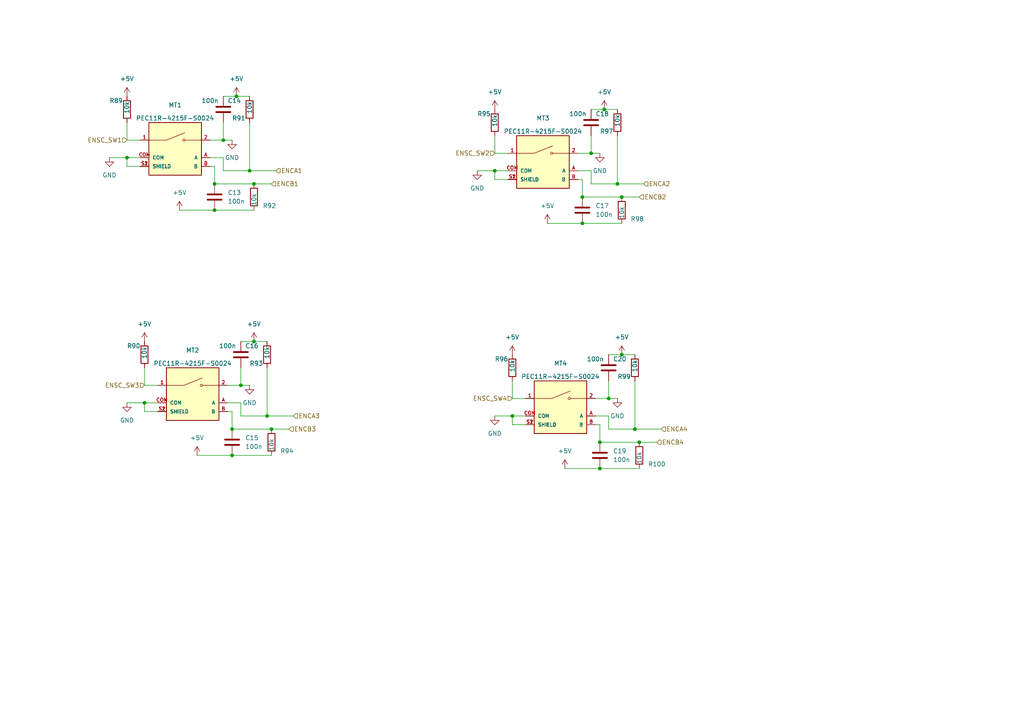
<source format=kicad_sch>
(kicad_sch (version 20211123) (generator eeschema)
  (paper "A4")
  (lib_symbols
    (symbol "3dAudioSym:PEC11R-4215F-S0024" (pin_names (offset 1.016))
      (property "Reference" "MT" (at -7.62 8.89 0))
      (property "Value" "PEC11R-4215F-S0024" (at -7.62 -8.89 0))
      (symbol "PEC11R-4215F-S0024_0_0"
        (rectangle (start -7.62 -7.62) (end 7.62 7.62) (stroke (width 0.254)) (fill (type background)))
        (polyline (pts (xy -2.54 2.54) (xy -7.62 2.54)) (stroke (width 0.1524)))
        (polyline (pts (xy -2.54 2.54) (xy 2.794 4.6736)) (stroke (width 0.1524)))
        (polyline (pts (xy 7.62 2.54) (xy 2.921 2.54)) (stroke (width 0.1524)))
        (circle (center 2.54 2.54) (radius 0.3302) (stroke (width 0.1524)))
        (pin passive line (at -10.16 2.54 0) (length 2.54) (name "~") (number "1"))
        (pin passive line (at 10.16 2.54 180) (length 2.54) (name "~") (number "2"))
        (pin passive line (at 10.16 -2.54 180) (length 2.54) (name "A") (number "A"))
        (pin passive line (at 10.16 -5.08 180) (length 2.54) (name "B") (number "B"))
        (pin passive line (at -10.16 -2.54 0) (length 2.54) (name "COM") (number "COM"))
        (pin passive line (at -10.16 -5.08 0) (length 2.54) (name "SHIELD") (number "S1"))
        (pin passive line (at -10.16 -5.08 0) (length 2.54) (name "SHIELD") (number "S2"))
      )
    )
    (symbol "Device:C" (pin_numbers hide) (pin_names (offset 0.254))
      (property "Reference" "C" (at 0.635 2.54 0))
      (property "Value" "C" (at 0.635 -2.54 0))
      (symbol "C_0_1"
        (polyline (pts (xy -2.032 -0.762) (xy 2.032 -0.762)) (stroke (width 0.508)))
        (polyline (pts (xy -2.032 0.762) (xy 2.032 0.762)) (stroke (width 0.508)))
      )
      (symbol "C_1_1"
        (pin passive line (at 0 3.81 270) (length 2.794) (name "~") (number "1"))
        (pin passive line (at 0 -3.81 90) (length 2.794) (name "~") (number "2"))
      )
    )
    (symbol "Device:R" (pin_numbers hide) (pin_names (offset 0))
      (property "Reference" "R" (at 2.032 0 90))
      (property "Value" "R" (at 0 0 90))
      (symbol "R_0_1"
        (rectangle (start -1.016 -2.54) (end 1.016 2.54) (stroke (width 0.254)))
      )
      (symbol "R_1_1"
        (pin passive line (at 0 3.81 270) (length 1.27) (name "~") (number "1"))
        (pin passive line (at 0 -3.81 90) (length 1.27) (name "~") (number "2"))
      )
    )
    (symbol "power:+5V" (power) (pin_names (offset 0))
      (property "Value" "+5V" (at 0 3.556 0))
      (symbol "+5V_0_1"
        (polyline (pts (xy -0.762 1.27) (xy 0 2.54)))
        (polyline (pts (xy 0 0) (xy 0 2.54)))
        (polyline (pts (xy 0 2.54) (xy 0.762 1.27)))
      )
      (symbol "+5V_1_1"
        (pin power_in line (at 0 0 90) (length 0) hide (name "+5V") (number "1"))
      )
    )
    (symbol "power:GND" (power) (pin_names (offset 0))
      (property "Value" "GND" (at 0 -3.81 0))
      (symbol "GND_0_1"
        (polyline (pts (xy 0 0) (xy 0 -1.27) (xy 1.27 -1.27) (xy 0 -2.54) (xy -1.27 -1.27) (xy 0 -1.27)))
      )
      (symbol "GND_1_1"
        (pin power_in line (at 0 0 270) (length 0) hide (name "GND") (number "1"))
      )
    )
  )
  (junction (at 179.07 53.34))
  (junction (at 175.26 31.75))
  (junction (at 62.23 60.96))
  (junction (at 185.42 128.27))
  (junction (at 72.39 49.53))
  (junction (at 36.83 45.72))
  (junction (at 77.47 120.65))
  (junction (at 64.77 40.64))
  (junction (at 67.31 124.46))
  (junction (at 171.45 44.45))
  (junction (at 143.51 49.53))
  (junction (at 176.53 115.57))
  (junction (at 173.99 135.89))
  (junction (at 173.99 128.27))
  (junction (at 78.74 124.46))
  (junction (at 69.85 111.76))
  (junction (at 62.23 53.34))
  (junction (at 180.34 102.87))
  (junction (at 67.31 132.08))
  (junction (at 73.66 99.06))
  (junction (at 168.91 64.77))
  (junction (at 41.91 116.84))
  (junction (at 73.66 53.34))
  (junction (at 68.58 27.94))
  (junction (at 168.91 57.15))
  (junction (at 180.34 57.15))
  (junction (at 148.59 120.65))
  (junction (at 184.15 124.46))
  (wire (pts (xy 57.15 132.08) (xy 67.31 132.08)))
  (wire (pts (xy 69.85 120.65) (xy 77.47 120.65)))
  (wire (pts (xy 77.47 120.65) (xy 85.09 120.65)))
  (wire (pts (xy 176.53 115.57) (xy 179.07 115.57)))
  (wire (pts (xy 67.31 119.38) (xy 67.31 124.46)))
  (wire (pts (xy 172.72 120.65) (xy 176.53 120.65)))
  (wire (pts (xy 69.85 106.68) (xy 69.85 111.76)))
  (wire (pts (xy 62.23 60.96) (xy 73.66 60.96)))
  (wire (pts (xy 176.53 120.65) (xy 176.53 124.46)))
  (wire (pts (xy 173.99 128.27) (xy 185.42 128.27)))
  (wire (pts (xy 73.66 53.34) (xy 78.74 53.34)))
  (wire (pts (xy 167.64 49.53) (xy 171.45 49.53)))
  (wire (pts (xy 185.42 128.27) (xy 190.5 128.27)))
  (wire (pts (xy 66.04 116.84) (xy 69.85 116.84)))
  (wire (pts (xy 171.45 53.34) (xy 179.07 53.34)))
  (wire (pts (xy 143.51 39.37) (xy 143.51 44.45)))
  (wire (pts (xy 72.39 49.53) (xy 80.01 49.53)))
  (wire (pts (xy 67.31 132.08) (xy 78.74 132.08)))
  (wire (pts (xy 167.64 52.07) (xy 168.91 52.07)))
  (wire (pts (xy 147.32 52.07) (xy 143.51 52.07)))
  (wire (pts (xy 52.07 60.96) (xy 62.23 60.96)))
  (wire (pts (xy 171.45 31.75) (xy 175.26 31.75)))
  (wire (pts (xy 64.77 35.56) (xy 64.77 40.64)))
  (wire (pts (xy 172.72 115.57) (xy 176.53 115.57)))
  (wire (pts (xy 143.51 52.07) (xy 143.51 49.53)))
  (wire (pts (xy 41.91 111.76) (xy 45.72 111.76)))
  (wire (pts (xy 179.07 39.37) (xy 179.07 53.34)))
  (wire (pts (xy 171.45 44.45) (xy 173.99 44.45)))
  (wire (pts (xy 60.96 48.26) (xy 62.23 48.26)))
  (wire (pts (xy 62.23 53.34) (xy 73.66 53.34)))
  (wire (pts (xy 36.83 116.84) (xy 41.91 116.84)))
  (wire (pts (xy 69.85 111.76) (xy 72.39 111.76)))
  (wire (pts (xy 66.04 111.76) (xy 69.85 111.76)))
  (wire (pts (xy 143.51 49.53) (xy 147.32 49.53)))
  (wire (pts (xy 148.59 120.65) (xy 152.4 120.65)))
  (wire (pts (xy 64.77 49.53) (xy 72.39 49.53)))
  (wire (pts (xy 77.47 106.68) (xy 77.47 120.65)))
  (wire (pts (xy 171.45 39.37) (xy 171.45 44.45)))
  (wire (pts (xy 138.43 49.53) (xy 143.51 49.53)))
  (wire (pts (xy 184.15 110.49) (xy 184.15 124.46)))
  (wire (pts (xy 62.23 48.26) (xy 62.23 53.34)))
  (wire (pts (xy 168.91 64.77) (xy 180.34 64.77)))
  (wire (pts (xy 41.91 116.84) (xy 45.72 116.84)))
  (wire (pts (xy 69.85 99.06) (xy 73.66 99.06)))
  (wire (pts (xy 36.83 35.56) (xy 36.83 40.64)))
  (wire (pts (xy 31.75 45.72) (xy 36.83 45.72)))
  (wire (pts (xy 60.96 45.72) (xy 64.77 45.72)))
  (wire (pts (xy 180.34 102.87) (xy 184.15 102.87)))
  (wire (pts (xy 68.58 27.94) (xy 72.39 27.94)))
  (wire (pts (xy 36.83 48.26) (xy 36.83 45.72)))
  (wire (pts (xy 69.85 116.84) (xy 69.85 120.65)))
  (wire (pts (xy 176.53 110.49) (xy 176.53 115.57)))
  (wire (pts (xy 176.53 124.46) (xy 184.15 124.46)))
  (wire (pts (xy 173.99 123.19) (xy 173.99 128.27)))
  (wire (pts (xy 180.34 57.15) (xy 185.42 57.15)))
  (wire (pts (xy 40.64 48.26) (xy 36.83 48.26)))
  (wire (pts (xy 158.75 64.77) (xy 168.91 64.77)))
  (wire (pts (xy 72.39 35.56) (xy 72.39 49.53)))
  (wire (pts (xy 64.77 45.72) (xy 64.77 49.53)))
  (wire (pts (xy 168.91 52.07) (xy 168.91 57.15)))
  (wire (pts (xy 66.04 119.38) (xy 67.31 119.38)))
  (wire (pts (xy 143.51 44.45) (xy 147.32 44.45)))
  (wire (pts (xy 176.53 102.87) (xy 180.34 102.87)))
  (wire (pts (xy 163.83 135.89) (xy 173.99 135.89)))
  (wire (pts (xy 172.72 123.19) (xy 173.99 123.19)))
  (wire (pts (xy 152.4 123.19) (xy 148.59 123.19)))
  (wire (pts (xy 148.59 115.57) (xy 152.4 115.57)))
  (wire (pts (xy 64.77 27.94) (xy 68.58 27.94)))
  (wire (pts (xy 175.26 31.75) (xy 179.07 31.75)))
  (wire (pts (xy 45.72 119.38) (xy 41.91 119.38)))
  (wire (pts (xy 36.83 45.72) (xy 40.64 45.72)))
  (wire (pts (xy 41.91 119.38) (xy 41.91 116.84)))
  (wire (pts (xy 148.59 110.49) (xy 148.59 115.57)))
  (wire (pts (xy 143.51 120.65) (xy 148.59 120.65)))
  (wire (pts (xy 36.83 40.64) (xy 40.64 40.64)))
  (wire (pts (xy 67.31 124.46) (xy 78.74 124.46)))
  (wire (pts (xy 171.45 49.53) (xy 171.45 53.34)))
  (wire (pts (xy 41.91 106.68) (xy 41.91 111.76)))
  (wire (pts (xy 78.74 124.46) (xy 83.82 124.46)))
  (wire (pts (xy 64.77 40.64) (xy 67.31 40.64)))
  (wire (pts (xy 168.91 57.15) (xy 180.34 57.15)))
  (wire (pts (xy 60.96 40.64) (xy 64.77 40.64)))
  (wire (pts (xy 173.99 135.89) (xy 185.42 135.89)))
  (wire (pts (xy 148.59 123.19) (xy 148.59 120.65)))
  (wire (pts (xy 167.64 44.45) (xy 171.45 44.45)))
  (wire (pts (xy 179.07 53.34) (xy 186.69 53.34)))
  (wire (pts (xy 73.66 99.06) (xy 77.47 99.06)))
  (wire (pts (xy 184.15 124.46) (xy 191.77 124.46)))
  (hierarchical_label "ENCA2" (shape input) (at 186.69 53.34 0))
  (hierarchical_label "ENSC_SW4" (shape input) (at 148.59 115.57 180))
  (hierarchical_label "ENCA4" (shape input) (at 191.77 124.46 0))
  (hierarchical_label "ENCB2" (shape input) (at 185.42 57.15 0))
  (hierarchical_label "ENSC_SW3" (shape input) (at 41.91 111.76 180))
  (hierarchical_label "ENCB4" (shape input) (at 190.5 128.27 0))
  (hierarchical_label "ENCB3" (shape input) (at 83.82 124.46 0))
  (hierarchical_label "ENSC_SW2" (shape input) (at 143.51 44.45 180))
  (hierarchical_label "ENCA3" (shape input) (at 85.09 120.65 0))
  (hierarchical_label "ENCB1" (shape input) (at 78.74 53.34 0))
  (hierarchical_label "ENSC_SW1" (shape input) (at 36.83 40.64 180))
  (hierarchical_label "ENCA1" (shape input) (at 80.01 49.53 0))
  (symbol (lib_id "Device:R") (at 77.47 102.87 0) (unit 1)
    (property "Reference" "R93" (at 72.39 105.41 0) (effects (justify left)))
    (property "Value" "10k" (at 77.47 104.14 90) (effects (justify left)))
    (property "Footprint" "Resistor_SMD:R_1206_3216Metric_Pad1.30x1.75mm_HandSolder" (effects hide))
  )
  (symbol (lib_id "power:+5V") (at 163.83 135.89 0) (unit 1)
    (property "Reference" "#PWR071" (effects hide))
    (property "Value" "+5V" (at 163.83 130.81 0))
  )
  (symbol (lib_id "Device:R") (at 72.39 31.75 0) (unit 1)
    (property "Reference" "R91" (at 67.31 34.29 0) (effects (justify left)))
    (property "Value" "10k" (at 72.39 33.02 90) (effects (justify left)))
    (property "Footprint" "Resistor_SMD:R_1206_3216Metric_Pad1.30x1.75mm_HandSolder" (effects hide))
  )
  (symbol (lib_id "Device:R") (at 73.66 57.15 0) (unit 1)
    (property "Reference" "R92" (at 76.2 59.69 0) (effects (justify left)))
    (property "Value" "10k" (at 73.66 59.69 90) (effects (justify left)))
    (property "Footprint" "Resistor_SMD:R_1206_3216Metric_Pad1.30x1.75mm_HandSolder" (effects hide))
  )
  (symbol (lib_id "power:GND") (at 173.99 44.45 0) (unit 1)
    (property "Reference" "#PWR072" (effects hide))
    (property "Value" "GND" (at 173.99 49.53 0))
  )
  (symbol (lib_id "Device:C") (at 69.85 102.87 0) (unit 1)
    (property "Reference" "C16" (at 71.12 100.33 0) (effects (justify left)))
    (property "Value" "100n" (at 63.5 100.33 0) (effects (justify left)))
    (property "Footprint" "Capacitor_SMD:C_1206_3216Metric_Pad1.33x1.80mm_HandSolder" (effects hide))
  )
  (symbol (lib_id "power:GND") (at 143.51 120.65 0) (unit 1)
    (property "Reference" "#PWR068" (effects hide))
    (property "Value" "GND" (at 143.51 125.73 0))
  )
  (symbol (lib_id "Device:R") (at 185.42 132.08 0) (unit 1)
    (property "Reference" "R100" (at 187.96 134.62 0) (effects (justify left)))
    (property "Value" "10k" (at 185.42 134.62 90) (effects (justify left)))
    (property "Footprint" "Resistor_SMD:R_1206_3216Metric_Pad1.30x1.75mm_HandSolder" (effects hide))
  )
  (symbol (lib_id "Device:R") (at 180.34 60.96 0) (unit 1)
    (property "Reference" "R98" (at 182.88 63.5 0) (effects (justify left)))
    (property "Value" "10k" (at 180.34 63.5 90) (effects (justify left)))
    (property "Footprint" "Resistor_SMD:R_1206_3216Metric_Pad1.30x1.75mm_HandSolder" (effects hide))
  )
  (symbol (lib_id "Device:R") (at 179.07 35.56 0) (unit 1)
    (property "Reference" "R97" (at 173.99 38.1 0) (effects (justify left)))
    (property "Value" "10k" (at 179.07 36.83 90) (effects (justify left)))
    (property "Footprint" "Resistor_SMD:R_1206_3216Metric_Pad1.30x1.75mm_HandSolder" (effects hide))
  )
  (symbol (lib_id "Device:R") (at 184.15 106.68 0) (unit 1)
    (property "Reference" "R99" (at 179.07 109.22 0) (effects (justify left)))
    (property "Value" "10k" (at 184.15 107.95 90) (effects (justify left)))
    (property "Footprint" "Resistor_SMD:R_1206_3216Metric_Pad1.30x1.75mm_HandSolder" (effects hide))
  )
  (symbol (lib_id "power:+5V") (at 73.66 99.06 0) (unit 1)
    (property "Reference" "#PWR065" (effects hide))
    (property "Value" "+5V" (at 73.66 93.98 0))
  )
  (symbol (lib_id "power:+5V") (at 180.34 102.87 0) (unit 1)
    (property "Reference" "#PWR075" (effects hide))
    (property "Value" "+5V" (at 180.34 97.79 0))
  )
  (symbol (lib_id "power:+5V") (at 36.83 27.94 0) (unit 1)
    (property "Reference" "#PWR057" (effects hide))
    (property "Value" "+5V" (at 36.83 22.86 0))
  )
  (symbol (lib_id "Device:C") (at 67.31 128.27 0) (unit 1)
    (property "Reference" "C15" (at 71.12 126.9999 0) (effects (justify left)))
    (property "Value" "100n" (at 71.12 129.5399 0) (effects (justify left)))
    (property "Footprint" "Capacitor_SMD:C_1206_3216Metric_Pad1.33x1.80mm_HandSolder" (effects hide))
  )
  (symbol (lib_id "Device:C") (at 62.23 57.15 0) (unit 1)
    (property "Reference" "C13" (at 66.04 55.8799 0) (effects (justify left)))
    (property "Value" "100n" (at 66.04 58.4199 0) (effects (justify left)))
    (property "Footprint" "Capacitor_SMD:C_1206_3216Metric_Pad1.33x1.80mm_HandSolder" (effects hide))
  )
  (symbol (lib_id "Device:C") (at 64.77 31.75 0) (unit 1)
    (property "Reference" "C14" (at 66.04 29.21 0) (effects (justify left)))
    (property "Value" "100n" (at 58.42 29.21 0) (effects (justify left)))
    (property "Footprint" "Capacitor_SMD:C_1206_3216Metric_Pad1.33x1.80mm_HandSolder" (effects hide))
  )
  (symbol (lib_id "3dAudioSym:PEC11R-4215F-S0024") (at 50.8 43.18 0) (unit 1)
    (property "Reference" "MT1" (at 50.8 30.48 0))
    (property "Value" "PEC11R-4215F-S0024" (at 50.8 34.29 0))
    (property "Footprint" "3dAudioFoot:XDCR_PEC11R-4215F-S0024" (effects hide))
    (property "DigiKey_Part_Number" "PEC11R-4215F-S0024-ND" (effects hide))
    (property "MF" "Bourns" (effects hide))
    (property "MAXIMUM_PACKAGE_HEIGHT" "21.5 mm" (effects hide))
    (property "Package" "None" (effects hide))
    (property "Check_prices" "https://www.snapeda.com/parts/PEC11R-4215F-S0024/Bourns/view-part/?ref=eda" (effects hide))
    (property "STANDARD" "Manufacturer Recommendations" (effects hide))
    (property "PARTREV" "Rev. 09/19" (effects hide))
    (property "SnapEDA_Link" "https://www.snapeda.com/parts/PEC11R-4215F-S0024/Bourns/view-part/?ref=snap" (effects hide))
    (property "MP" "PEC11R-4215F-S0024" (effects hide))
    (property "Purchase-URL" "https://www.snapeda.com/api/url_track_click_mouser/?unipart_id=428605&manufacturer=Bourns&part_name=PEC11R-4215F-S0024&search_term=None" (effects hide))
    (property "Description" "\nEncoder,Rotary,24 Detents,15 mm, Shaft,Switch | Bourns PEC11R-4215F-S0024\n" (effects hide))
    (property "MANUFACTURER" "J.W.Miller/Bourns" (effects hide))
  )
  (symbol (lib_id "3dAudioSym:PEC11R-4215F-S0024") (at 157.48 46.99 0) (unit 1)
    (property "Reference" "MT3" (at 157.48 34.29 0))
    (property "Value" "PEC11R-4215F-S0024" (at 157.48 38.1 0))
    (property "Footprint" "3dAudioFoot:XDCR_PEC11R-4215F-S0024" (effects hide))
    (property "DigiKey_Part_Number" "PEC11R-4215F-S0024-ND" (effects hide))
    (property "MF" "Bourns" (effects hide))
    (property "MAXIMUM_PACKAGE_HEIGHT" "21.5 mm" (effects hide))
    (property "Package" "None" (effects hide))
    (property "Check_prices" "https://www.snapeda.com/parts/PEC11R-4215F-S0024/Bourns/view-part/?ref=eda" (effects hide))
    (property "STANDARD" "Manufacturer Recommendations" (effects hide))
    (property "PARTREV" "Rev. 09/19" (effects hide))
    (property "SnapEDA_Link" "https://www.snapeda.com/parts/PEC11R-4215F-S0024/Bourns/view-part/?ref=snap" (effects hide))
    (property "MP" "PEC11R-4215F-S0024" (effects hide))
    (property "Purchase-URL" "https://www.snapeda.com/api/url_track_click_mouser/?unipart_id=428605&manufacturer=Bourns&part_name=PEC11R-4215F-S0024&search_term=None" (effects hide))
    (property "Description" "\nEncoder,Rotary,24 Detents,15 mm, Shaft,Switch | Bourns PEC11R-4215F-S0024\n" (effects hide))
    (property "MANUFACTURER" "J.W.Miller/Bourns" (effects hide))
  )
  (symbol (lib_id "power:+5V") (at 143.51 31.75 0) (unit 1)
    (property "Reference" "#PWR067" (effects hide))
    (property "Value" "+5V" (at 143.51 26.67 0))
  )
  (symbol (lib_id "power:GND") (at 72.39 111.76 0) (unit 1)
    (property "Reference" "#PWR064" (effects hide))
    (property "Value" "GND" (at 72.39 116.84 0))
  )
  (symbol (lib_id "power:+5V") (at 52.07 60.96 0) (unit 1)
    (property "Reference" "#PWR060" (effects hide))
    (property "Value" "+5V" (at 52.07 55.88 0))
  )
  (symbol (lib_id "power:GND") (at 179.07 115.57 0) (unit 1)
    (property "Reference" "#PWR074" (effects hide))
    (property "Value" "GND" (at 179.07 120.65 0))
  )
  (symbol (lib_id "Device:R") (at 36.83 31.75 0) (unit 1)
    (property "Reference" "R89" (at 31.75 29.21 0) (effects (justify left)))
    (property "Value" "10k" (at 36.83 33.02 90) (effects (justify left)))
    (property "Footprint" "Resistor_SMD:R_1206_3216Metric_Pad1.30x1.75mm_HandSolder" (effects hide))
  )
  (symbol (lib_id "Device:R") (at 41.91 102.87 0) (unit 1)
    (property "Reference" "R90" (at 36.83 100.33 0) (effects (justify left)))
    (property "Value" "10k" (at 41.91 104.14 90) (effects (justify left)))
    (property "Footprint" "Resistor_SMD:R_1206_3216Metric_Pad1.30x1.75mm_HandSolder" (effects hide))
  )
  (symbol (lib_id "power:+5V") (at 158.75 64.77 0) (unit 1)
    (property "Reference" "#PWR070" (effects hide))
    (property "Value" "+5V" (at 158.75 59.69 0))
  )
  (symbol (lib_id "power:GND") (at 138.43 49.53 0) (unit 1)
    (property "Reference" "#PWR066" (effects hide))
    (property "Value" "GND" (at 138.43 54.61 0))
  )
  (symbol (lib_id "Device:R") (at 78.74 128.27 0) (unit 1)
    (property "Reference" "R94" (at 81.28 130.81 0) (effects (justify left)))
    (property "Value" "10k" (at 78.74 130.81 90) (effects (justify left)))
    (property "Footprint" "Resistor_SMD:R_1206_3216Metric_Pad1.30x1.75mm_HandSolder" (effects hide))
  )
  (symbol (lib_id "power:+5V") (at 175.26 31.75 0) (unit 1)
    (property "Reference" "#PWR073" (effects hide))
    (property "Value" "+5V" (at 175.26 26.67 0))
  )
  (symbol (lib_id "power:+5V") (at 148.59 102.87 0) (unit 1)
    (property "Reference" "#PWR069" (effects hide))
    (property "Value" "+5V" (at 148.59 97.79 0))
  )
  (symbol (lib_id "Device:C") (at 171.45 35.56 0) (unit 1)
    (property "Reference" "C18" (at 172.72 33.02 0) (effects (justify left)))
    (property "Value" "100n" (at 165.1 33.02 0) (effects (justify left)))
    (property "Footprint" "Capacitor_SMD:C_1206_3216Metric_Pad1.33x1.80mm_HandSolder" (effects hide))
  )
  (symbol (lib_id "3dAudioSym:PEC11R-4215F-S0024") (at 162.56 118.11 0) (unit 1)
    (property "Reference" "MT4" (at 162.56 105.41 0))
    (property "Value" "PEC11R-4215F-S0024" (at 162.56 109.22 0))
    (property "Footprint" "3dAudioFoot:XDCR_PEC11R-4215F-S0024" (effects hide))
    (property "DigiKey_Part_Number" "PEC11R-4215F-S0024-ND" (effects hide))
    (property "MF" "Bourns" (effects hide))
    (property "MAXIMUM_PACKAGE_HEIGHT" "21.5 mm" (effects hide))
    (property "Package" "None" (effects hide))
    (property "Check_prices" "https://www.snapeda.com/parts/PEC11R-4215F-S0024/Bourns/view-part/?ref=eda" (effects hide))
    (property "STANDARD" "Manufacturer Recommendations" (effects hide))
    (property "PARTREV" "Rev. 09/19" (effects hide))
    (property "SnapEDA_Link" "https://www.snapeda.com/parts/PEC11R-4215F-S0024/Bourns/view-part/?ref=snap" (effects hide))
    (property "MP" "PEC11R-4215F-S0024" (effects hide))
    (property "Purchase-URL" "https://www.snapeda.com/api/url_track_click_mouser/?unipart_id=428605&manufacturer=Bourns&part_name=PEC11R-4215F-S0024&search_term=None" (effects hide))
    (property "Description" "\nEncoder,Rotary,24 Detents,15 mm, Shaft,Switch | Bourns PEC11R-4215F-S0024\n" (effects hide))
    (property "MANUFACTURER" "J.W.Miller/Bourns" (effects hide))
  )
  (symbol (lib_id "Device:C") (at 168.91 60.96 0) (unit 1)
    (property "Reference" "C17" (at 172.72 59.6899 0) (effects (justify left)))
    (property "Value" "100n" (at 172.72 62.2299 0) (effects (justify left)))
    (property "Footprint" "Capacitor_SMD:C_1206_3216Metric_Pad1.33x1.80mm_HandSolder" (effects hide))
  )
  (symbol (lib_id "power:GND") (at 36.83 116.84 0) (unit 1)
    (property "Reference" "#PWR058" (effects hide))
    (property "Value" "GND" (at 36.83 121.92 0))
  )
  (symbol (lib_id "3dAudioSym:PEC11R-4215F-S0024") (at 55.88 114.3 0) (unit 1)
    (property "Reference" "MT2" (at 55.88 101.6 0))
    (property "Value" "PEC11R-4215F-S0024" (at 55.88 105.41 0))
    (property "Footprint" "3dAudioFoot:XDCR_PEC11R-4215F-S0024" (effects hide))
    (property "DigiKey_Part_Number" "PEC11R-4215F-S0024-ND" (effects hide))
    (property "MF" "Bourns" (effects hide))
    (property "MAXIMUM_PACKAGE_HEIGHT" "21.5 mm" (effects hide))
    (property "Package" "None" (effects hide))
    (property "Check_prices" "https://www.snapeda.com/parts/PEC11R-4215F-S0024/Bourns/view-part/?ref=eda" (effects hide))
    (property "STANDARD" "Manufacturer Recommendations" (effects hide))
    (property "PARTREV" "Rev. 09/19" (effects hide))
    (property "SnapEDA_Link" "https://www.snapeda.com/parts/PEC11R-4215F-S0024/Bourns/view-part/?ref=snap" (effects hide))
    (property "MP" "PEC11R-4215F-S0024" (effects hide))
    (property "Purchase-URL" "https://www.snapeda.com/api/url_track_click_mouser/?unipart_id=428605&manufacturer=Bourns&part_name=PEC11R-4215F-S0024&search_term=None" (effects hide))
    (property "Description" "\nEncoder,Rotary,24 Detents,15 mm, Shaft,Switch | Bourns PEC11R-4215F-S0024\n" (effects hide))
    (property "MANUFACTURER" "J.W.Miller/Bourns" (effects hide))
  )
  (symbol (lib_id "Device:R") (at 148.59 106.68 0) (unit 1)
    (property "Reference" "R96" (at 143.51 104.14 0) (effects (justify left)))
    (property "Value" "10k" (at 148.59 107.95 90) (effects (justify left)))
    (property "Footprint" "Resistor_SMD:R_1206_3216Metric_Pad1.30x1.75mm_HandSolder" (effects hide))
  )
  (symbol (lib_id "power:+5V") (at 57.15 132.08 0) (unit 1)
    (property "Reference" "#PWR061" (effects hide))
    (property "Value" "+5V" (at 57.15 127 0))
  )
  (symbol (lib_id "Device:C") (at 176.53 106.68 0) (unit 1)
    (property "Reference" "C20" (at 177.8 104.14 0) (effects (justify left)))
    (property "Value" "100n" (at 170.18 104.14 0) (effects (justify left)))
    (property "Footprint" "Capacitor_SMD:C_1206_3216Metric_Pad1.33x1.80mm_HandSolder" (effects hide))
  )
  (symbol (lib_id "power:GND") (at 67.31 40.64 0) (unit 1)
    (property "Reference" "#PWR062" (effects hide))
    (property "Value" "GND" (at 67.31 45.72 0))
  )
  (symbol (lib_id "power:+5V") (at 41.91 99.06 0) (unit 1)
    (property "Reference" "#PWR059" (effects hide))
    (property "Value" "+5V" (at 41.91 93.98 0))
  )
  (symbol (lib_id "power:GND") (at 31.75 45.72 0) (unit 1)
    (property "Reference" "#PWR056" (effects hide))
    (property "Value" "GND" (at 31.75 50.8 0))
  )
  (symbol (lib_id "power:+5V") (at 68.58 27.94 0) (unit 1)
    (property "Reference" "#PWR063" (effects hide))
    (property "Value" "+5V" (at 68.58 22.86 0))
  )
  (symbol (lib_id "Device:R") (at 143.51 35.56 0) (unit 1)
    (property "Reference" "R95" (at 138.43 33.02 0) (effects (justify left)))
    (property "Value" "10k" (at 143.51 36.83 90) (effects (justify left)))
    (property "Footprint" "Resistor_SMD:R_1206_3216Metric_Pad1.30x1.75mm_HandSolder" (effects hide))
  )
  (symbol (lib_id "Device:C") (at 173.99 132.08 0) (unit 1)
    (property "Reference" "C19" (at 177.8 130.8099 0) (effects (justify left)))
    (property "Value" "100n" (at 177.8 133.3499 0) (effects (justify left)))
    (property "Footprint" "Capacitor_SMD:C_1206_3216Metric_Pad1.33x1.80mm_HandSolder" (effects hide))
  )
)
</source>
